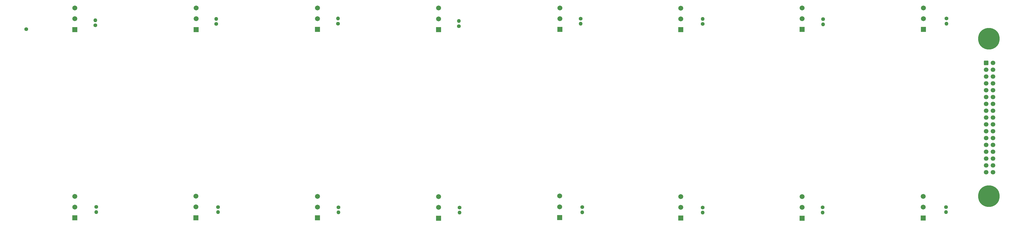
<source format=gbr>
%TF.GenerationSoftware,KiCad,Pcbnew,(6.0.9)*%
%TF.CreationDate,2022-12-09T14:18:12+01:00*%
%TF.ProjectId,seq,7365712e-6b69-4636-9164-5f7063625858,rev?*%
%TF.SameCoordinates,Original*%
%TF.FileFunction,Copper,L2,Bot*%
%TF.FilePolarity,Positive*%
%FSLAX46Y46*%
G04 Gerber Fmt 4.6, Leading zero omitted, Abs format (unit mm)*
G04 Created by KiCad (PCBNEW (6.0.9)) date 2022-12-09 14:18:12*
%MOMM*%
%LPD*%
G01*
G04 APERTURE LIST*
G04 Aperture macros list*
%AMRoundRect*
0 Rectangle with rounded corners*
0 $1 Rounding radius*
0 $2 $3 $4 $5 $6 $7 $8 $9 X,Y pos of 4 corners*
0 Add a 4 corners polygon primitive as box body*
4,1,4,$2,$3,$4,$5,$6,$7,$8,$9,$2,$3,0*
0 Add four circle primitives for the rounded corners*
1,1,$1+$1,$2,$3*
1,1,$1+$1,$4,$5*
1,1,$1+$1,$6,$7*
1,1,$1+$1,$8,$9*
0 Add four rect primitives between the rounded corners*
20,1,$1+$1,$2,$3,$4,$5,0*
20,1,$1+$1,$4,$5,$6,$7,0*
20,1,$1+$1,$6,$7,$8,$9,0*
20,1,$1+$1,$8,$9,$2,$3,0*%
G04 Aperture macros list end*
%TA.AperFunction,ComponentPad*%
%ADD10C,1.400000*%
%TD*%
%TA.AperFunction,ComponentPad*%
%ADD11R,1.828800X1.828800*%
%TD*%
%TA.AperFunction,ComponentPad*%
%ADD12C,1.828800*%
%TD*%
%TA.AperFunction,ComponentPad*%
%ADD13O,1.400000X1.400000*%
%TD*%
%TA.AperFunction,ComponentPad*%
%ADD14RoundRect,0.250000X-0.600000X-0.600000X0.600000X-0.600000X0.600000X0.600000X-0.600000X0.600000X0*%
%TD*%
%TA.AperFunction,ComponentPad*%
%ADD15C,1.700000*%
%TD*%
%TA.AperFunction,ComponentPad*%
%ADD16C,8.000000*%
%TD*%
G04 APERTURE END LIST*
D10*
%TO.P,3.3v1,1,Pin_1*%
%TO.N,+3.3V*%
X-16010000Y-58210000D03*
%TD*%
D11*
%TO.P,J5,1,1*%
%TO.N,+3.3V*%
X182060000Y-58290500D03*
D12*
%TO.P,J5,2,2*%
%TO.N,Net-(J17-Pad9)*%
X182060000Y-54290000D03*
%TO.P,J5,3,3*%
%TO.N,GND*%
X182060000Y-50289500D03*
%TD*%
D11*
%TO.P,J4,1,1*%
%TO.N,+3.3V*%
X137020000Y-58340500D03*
D12*
%TO.P,J4,2,2*%
%TO.N,Net-(J17-Pad4)*%
X137020000Y-54340000D03*
%TO.P,J4,3,3*%
%TO.N,GND*%
X137020000Y-50339500D03*
%TD*%
D11*
%TO.P,J8,1,1*%
%TO.N,+3.3V*%
X317020000Y-58260500D03*
D12*
%TO.P,J8,2,2*%
%TO.N,Net-(J17-Pad12)*%
X317020000Y-54260000D03*
%TO.P,J8,3,3*%
%TO.N,GND*%
X317020000Y-50259500D03*
%TD*%
D11*
%TO.P,J14,1,1*%
%TO.N,+3.3V*%
X226990000Y-128400500D03*
D12*
%TO.P,J14,2,2*%
%TO.N,Net-(J14-Pad2)*%
X226990000Y-124400000D03*
%TO.P,J14,3,3*%
%TO.N,GND*%
X226990000Y-120399500D03*
%TD*%
D11*
%TO.P,J11,1,1*%
%TO.N,+3.3V*%
X92060000Y-128300500D03*
D12*
%TO.P,J11,2,2*%
%TO.N,Net-(J11-Pad2)*%
X92060000Y-124300000D03*
%TO.P,J11,3,3*%
%TO.N,GND*%
X92060000Y-120299500D03*
%TD*%
D10*
%TO.P,R16,1*%
%TO.N,Net-(J16-Pad2)*%
X325410000Y-124265000D03*
D13*
%TO.P,R16,2*%
%TO.N,+3.3V*%
X325410000Y-126165000D03*
%TD*%
D14*
%TO.P,J17,1,Pin_1*%
%TO.N,Net-(J1-Pad2)*%
X340297500Y-70680000D03*
D15*
%TO.P,J17,2,Pin_2*%
%TO.N,Net-(J17-Pad2)*%
X342837500Y-70680000D03*
%TO.P,J17,3,Pin_3*%
%TO.N,Net-(J17-Pad3)*%
X340297500Y-73220000D03*
%TO.P,J17,4,Pin_4*%
%TO.N,Net-(J17-Pad4)*%
X342837500Y-73220000D03*
%TO.P,J17,5,Pin_5*%
%TO.N,GND*%
X340297500Y-75760000D03*
%TO.P,J17,6,Pin_6*%
%TO.N,unconnected-(J17-Pad6)*%
X342837500Y-75760000D03*
%TO.P,J17,7,Pin_7*%
%TO.N,unconnected-(J17-Pad7)*%
X340297500Y-78300000D03*
%TO.P,J17,8,Pin_8*%
%TO.N,unconnected-(J17-Pad8)*%
X342837500Y-78300000D03*
%TO.P,J17,9,Pin_9*%
%TO.N,Net-(J17-Pad9)*%
X340297500Y-80840000D03*
%TO.P,J17,10,Pin_10*%
%TO.N,Net-(J17-Pad10)*%
X342837500Y-80840000D03*
%TO.P,J17,11,Pin_11*%
%TO.N,Net-(J17-Pad11)*%
X340297500Y-83380000D03*
%TO.P,J17,12,Pin_12*%
%TO.N,Net-(J17-Pad12)*%
X342837500Y-83380000D03*
%TO.P,J17,13,Pin_13*%
%TO.N,unconnected-(J17-Pad13)*%
X340297500Y-85920000D03*
%TO.P,J17,14,Pin_14*%
%TO.N,unconnected-(J17-Pad14)*%
X342837500Y-85920000D03*
%TO.P,J17,15,Pin_15*%
%TO.N,unconnected-(J17-Pad15)*%
X340297500Y-88460000D03*
%TO.P,J17,16,Pin_16*%
%TO.N,unconnected-(J17-Pad16)*%
X342837500Y-88460000D03*
%TO.P,J17,17,Pin_17*%
%TO.N,Net-(J17-Pad17)*%
X340297500Y-91000000D03*
%TO.P,J17,18,Pin_18*%
%TO.N,Net-(J10-Pad2)*%
X342837500Y-91000000D03*
%TO.P,J17,19,Pin_19*%
%TO.N,Net-(J11-Pad2)*%
X340297500Y-93540000D03*
%TO.P,J17,20,Pin_20*%
%TO.N,Net-(J12-Pad2)*%
X342837500Y-93540000D03*
%TO.P,J17,21,Pin_21*%
%TO.N,unconnected-(J17-Pad21)*%
X340297500Y-96080000D03*
%TO.P,J17,22,Pin_22*%
%TO.N,unconnected-(J17-Pad22)*%
X342837500Y-96080000D03*
%TO.P,J17,23,Pin_23*%
%TO.N,unconnected-(J17-Pad23)*%
X340297500Y-98620000D03*
%TO.P,J17,24,Pin_24*%
%TO.N,unconnected-(J17-Pad24)*%
X342837500Y-98620000D03*
%TO.P,J17,25,Pin_25*%
%TO.N,Net-(J13-Pad2)*%
X340297500Y-101160000D03*
%TO.P,J17,26,Pin_26*%
%TO.N,Net-(J14-Pad2)*%
X342837500Y-101160000D03*
%TO.P,J17,27,Pin_27*%
%TO.N,Net-(J15-Pad2)*%
X340297500Y-103700000D03*
%TO.P,J17,28,Pin_28*%
%TO.N,Net-(J16-Pad2)*%
X342837500Y-103700000D03*
%TO.P,J17,29,Pin_29*%
%TO.N,unconnected-(J17-Pad29)*%
X340297500Y-106240000D03*
%TO.P,J17,30,Pin_30*%
%TO.N,unconnected-(J17-Pad30)*%
X342837500Y-106240000D03*
%TO.P,J17,31,Pin_31*%
%TO.N,unconnected-(J17-Pad31)*%
X340297500Y-108780000D03*
%TO.P,J17,32,Pin_32*%
%TO.N,unconnected-(J17-Pad32)*%
X342837500Y-108780000D03*
%TO.P,J17,33,Pin_33*%
%TO.N,unconnected-(J17-Pad33)*%
X340297500Y-111320000D03*
%TO.P,J17,34,Pin_34*%
%TO.N,unconnected-(J17-Pad34)*%
X342837500Y-111320000D03*
D16*
%TO.P,J17,MP*%
%TO.N,N/C*%
X341317500Y-61740000D03*
X341317500Y-120260000D03*
%TD*%
D10*
%TO.P,R15,1*%
%TO.N,Net-(J15-Pad2)*%
X279630000Y-124395000D03*
D13*
%TO.P,R15,2*%
%TO.N,+3.3V*%
X279630000Y-126295000D03*
%TD*%
D10*
%TO.P,R11,1*%
%TO.N,Net-(J11-Pad2)*%
X99850000Y-124370000D03*
D13*
%TO.P,R11,2*%
%TO.N,+3.3V*%
X99850000Y-126270000D03*
%TD*%
D11*
%TO.P,J13,1,1*%
%TO.N,+3.3V*%
X182000000Y-128190500D03*
D12*
%TO.P,J13,2,2*%
%TO.N,Net-(J13-Pad2)*%
X182000000Y-124190000D03*
%TO.P,J13,3,3*%
%TO.N,GND*%
X182000000Y-120189500D03*
%TD*%
D10*
%TO.P,R6,1*%
%TO.N,+3.3V*%
X235100000Y-56240000D03*
D13*
%TO.P,R6,2*%
%TO.N,Net-(J17-Pad10)*%
X235100000Y-54340000D03*
%TD*%
D10*
%TO.P,R3,1*%
%TO.N,+3.3V*%
X99700000Y-56120000D03*
D13*
%TO.P,R3,2*%
%TO.N,Net-(J17-Pad3)*%
X99700000Y-54220000D03*
%TD*%
D11*
%TO.P,J9,1,1*%
%TO.N,+3.3V*%
X2010000Y-128300500D03*
D12*
%TO.P,J9,2,2*%
%TO.N,Net-(J17-Pad17)*%
X2010000Y-124300000D03*
%TO.P,J9,3,3*%
%TO.N,GND*%
X2010000Y-120299500D03*
%TD*%
D11*
%TO.P,J3,1,1*%
%TO.N,+3.3V*%
X92110000Y-58270500D03*
D12*
%TO.P,J3,2,2*%
%TO.N,Net-(J17-Pad3)*%
X92110000Y-54270000D03*
%TO.P,J3,3,3*%
%TO.N,GND*%
X92110000Y-50269500D03*
%TD*%
D11*
%TO.P,J10,1,1*%
%TO.N,+3.3V*%
X47000000Y-128240500D03*
D12*
%TO.P,J10,2,2*%
%TO.N,Net-(J10-Pad2)*%
X47000000Y-124240000D03*
%TO.P,J10,3,3*%
%TO.N,GND*%
X47000000Y-120239500D03*
%TD*%
D10*
%TO.P,R5,1*%
%TO.N,Net-(J17-Pad9)*%
X189830000Y-54260000D03*
D13*
%TO.P,R5,2*%
%TO.N,+3.3V*%
X189830000Y-56160000D03*
%TD*%
D10*
%TO.P,R9,1*%
%TO.N,Net-(J17-Pad17)*%
X9980000Y-124255000D03*
D13*
%TO.P,R9,2*%
%TO.N,+3.3V*%
X9980000Y-126155000D03*
%TD*%
D10*
%TO.P,R12,1*%
%TO.N,Net-(J12-Pad2)*%
X144850000Y-124470000D03*
D13*
%TO.P,R12,2*%
%TO.N,+3.3V*%
X144850000Y-126370000D03*
%TD*%
D11*
%TO.P,J7,1,1*%
%TO.N,+3.3V*%
X272000000Y-58270500D03*
D12*
%TO.P,J7,2,2*%
%TO.N,Net-(J17-Pad11)*%
X272000000Y-54270000D03*
%TO.P,J7,3,3*%
%TO.N,GND*%
X272000000Y-50269500D03*
%TD*%
D10*
%TO.P,R7,1*%
%TO.N,Net-(J17-Pad11)*%
X279830000Y-54470000D03*
D13*
%TO.P,R7,2*%
%TO.N,+3.3V*%
X279830000Y-56370000D03*
%TD*%
D10*
%TO.P,R1,1*%
%TO.N,+3.3V*%
X9590000Y-56750000D03*
D13*
%TO.P,R1,2*%
%TO.N,Net-(J1-Pad2)*%
X9590000Y-54850000D03*
%TD*%
D10*
%TO.P,R14,1*%
%TO.N,Net-(J14-Pad2)*%
X235080000Y-124435000D03*
D13*
%TO.P,R14,2*%
%TO.N,+3.3V*%
X235080000Y-126335000D03*
%TD*%
D11*
%TO.P,J6,1,1*%
%TO.N,+3.3V*%
X227010000Y-58360500D03*
D12*
%TO.P,J6,2,2*%
%TO.N,Net-(J17-Pad10)*%
X227010000Y-54360000D03*
%TO.P,J6,3,3*%
%TO.N,GND*%
X227010000Y-50359500D03*
%TD*%
D11*
%TO.P,J16,1,1*%
%TO.N,+3.3V*%
X317000000Y-128320500D03*
D12*
%TO.P,J16,2,2*%
%TO.N,Net-(J16-Pad2)*%
X317000000Y-124320000D03*
%TO.P,J16,3,3*%
%TO.N,GND*%
X317000000Y-120319500D03*
%TD*%
D10*
%TO.P,R13,1*%
%TO.N,Net-(J13-Pad2)*%
X190380000Y-124305000D03*
D13*
%TO.P,R13,2*%
%TO.N,+3.3V*%
X190380000Y-126205000D03*
%TD*%
D11*
%TO.P,J15,1,1*%
%TO.N,+3.3V*%
X271990000Y-128410500D03*
D12*
%TO.P,J15,2,2*%
%TO.N,Net-(J15-Pad2)*%
X271990000Y-124410000D03*
%TO.P,J15,3,3*%
%TO.N,GND*%
X271990000Y-120409500D03*
%TD*%
D11*
%TO.P,J1,1,1*%
%TO.N,+3.3V*%
X2020000Y-58310500D03*
D12*
%TO.P,J1,2,2*%
%TO.N,Net-(J1-Pad2)*%
X2020000Y-54310000D03*
%TO.P,J1,3,3*%
%TO.N,GND*%
X2020000Y-50309500D03*
%TD*%
D10*
%TO.P,R10,1*%
%TO.N,Net-(J10-Pad2)*%
X55190000Y-124265000D03*
D13*
%TO.P,R10,2*%
%TO.N,+3.3V*%
X55190000Y-126165000D03*
%TD*%
D10*
%TO.P,R2,1*%
%TO.N,+3.3V*%
X54520000Y-56230000D03*
D13*
%TO.P,R2,2*%
%TO.N,Net-(J17-Pad2)*%
X54520000Y-54330000D03*
%TD*%
D11*
%TO.P,J2,1,1*%
%TO.N,+3.3V*%
X47030000Y-58300500D03*
D12*
%TO.P,J2,2,2*%
%TO.N,Net-(J17-Pad2)*%
X47030000Y-54300000D03*
%TO.P,J2,3,3*%
%TO.N,GND*%
X47030000Y-50299500D03*
%TD*%
D10*
%TO.P,R8,1*%
%TO.N,Net-(J17-Pad12)*%
X325590000Y-54220000D03*
D13*
%TO.P,R8,2*%
%TO.N,+3.3V*%
X325590000Y-56120000D03*
%TD*%
D10*
%TO.P,R4,1*%
%TO.N,+3.3V*%
X144570000Y-57040000D03*
D13*
%TO.P,R4,2*%
%TO.N,Net-(J17-Pad4)*%
X144570000Y-55140000D03*
%TD*%
D11*
%TO.P,J12,1,1*%
%TO.N,+3.3V*%
X137050000Y-128410500D03*
D12*
%TO.P,J12,2,2*%
%TO.N,Net-(J12-Pad2)*%
X137050000Y-124410000D03*
%TO.P,J12,3,3*%
%TO.N,GND*%
X137050000Y-120409500D03*
%TD*%
M02*

</source>
